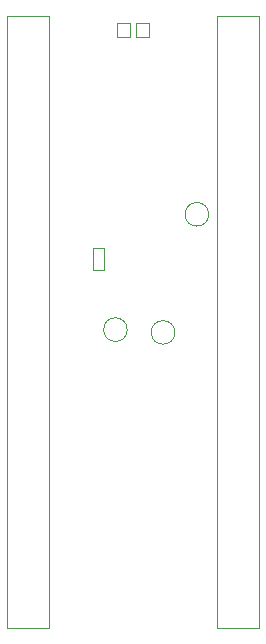
<source format=gbr>
G04 #@! TF.GenerationSoftware,KiCad,Pcbnew,(5.1.10)-1*
G04 #@! TF.CreationDate,2021-09-14T15:49:53+01:00*
G04 #@! TF.ProjectId,EnvOpenPico,456e764f-7065-46e5-9069-636f2e6b6963,REV1*
G04 #@! TF.SameCoordinates,Original*
G04 #@! TF.FileFunction,Other,User*
%FSLAX46Y46*%
G04 Gerber Fmt 4.6, Leading zero omitted, Abs format (unit mm)*
G04 Created by KiCad (PCBNEW (5.1.10)-1) date 2021-09-14 15:49:53*
%MOMM*%
%LPD*%
G01*
G04 APERTURE LIST*
%ADD10C,0.050000*%
%ADD11C,0.120000*%
G04 APERTURE END LIST*
D10*
X96550000Y-108785000D02*
X92950000Y-108785000D01*
X96550000Y-56935000D02*
X96550000Y-108785000D01*
X92950000Y-56935000D02*
X96550000Y-56935000D01*
X92950000Y-108785000D02*
X92950000Y-56935000D01*
X110730000Y-56925000D02*
X114330000Y-56925000D01*
X110730000Y-108775000D02*
X110730000Y-56925000D01*
X114330000Y-108775000D02*
X110730000Y-108775000D01*
X114330000Y-56925000D02*
X114330000Y-108775000D01*
X110060000Y-73725000D02*
G75*
G03*
X110060000Y-73725000I-1000000J0D01*
G01*
D11*
X102291200Y-58683800D02*
X103408800Y-58683800D01*
X103408800Y-58683800D02*
X103408800Y-57566200D01*
X103408800Y-57566200D02*
X102291200Y-57566200D01*
X102291200Y-57566200D02*
X102291200Y-58683800D01*
X104450000Y-58683800D02*
X105008800Y-58683800D01*
X105008800Y-58683800D02*
X105008800Y-57566200D01*
X105008800Y-57566200D02*
X103891200Y-57566200D01*
X103891200Y-57566200D02*
X103891200Y-58683800D01*
X103891200Y-58683800D02*
X104450000Y-58683800D01*
D10*
X103160000Y-83490000D02*
G75*
G03*
X103160000Y-83490000I-1000000J0D01*
G01*
X107190000Y-83725000D02*
G75*
G03*
X107190000Y-83725000I-1000000J0D01*
G01*
X101204400Y-78431000D02*
X101204400Y-76611000D01*
X100284400Y-78431000D02*
X101204400Y-78431000D01*
X100284400Y-76611000D02*
X100284400Y-78431000D01*
X101204400Y-76611000D02*
X100284400Y-76611000D01*
M02*

</source>
